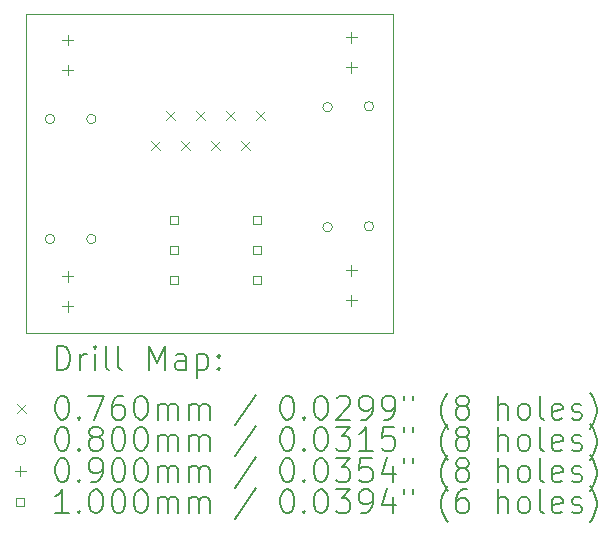
<source format=gbr>
%TF.GenerationSoftware,KiCad,Pcbnew,7.0.9*%
%TF.CreationDate,2023-12-13T17:43:09-05:00*%
%TF.ProjectId,Servo_Adapt,53657276-6f5f-4416-9461-70742e6b6963,rev?*%
%TF.SameCoordinates,Original*%
%TF.FileFunction,Drillmap*%
%TF.FilePolarity,Positive*%
%FSLAX45Y45*%
G04 Gerber Fmt 4.5, Leading zero omitted, Abs format (unit mm)*
G04 Created by KiCad (PCBNEW 7.0.9) date 2023-12-13 17:43:09*
%MOMM*%
%LPD*%
G01*
G04 APERTURE LIST*
%ADD10C,0.100000*%
%ADD11C,0.200000*%
G04 APERTURE END LIST*
D10*
X12550000Y-7000000D02*
X15650000Y-7000000D01*
X15650000Y-9700000D01*
X12550000Y-9700000D01*
X12550000Y-7000000D01*
D11*
D10*
X13601250Y-8076000D02*
X13677250Y-8152000D01*
X13677250Y-8076000D02*
X13601250Y-8152000D01*
X13728250Y-7822000D02*
X13804250Y-7898000D01*
X13804250Y-7822000D02*
X13728250Y-7898000D01*
X13855250Y-8076000D02*
X13931250Y-8152000D01*
X13931250Y-8076000D02*
X13855250Y-8152000D01*
X13982250Y-7822000D02*
X14058250Y-7898000D01*
X14058250Y-7822000D02*
X13982250Y-7898000D01*
X14109250Y-8076000D02*
X14185250Y-8152000D01*
X14185250Y-8076000D02*
X14109250Y-8152000D01*
X14236250Y-7822000D02*
X14312250Y-7898000D01*
X14312250Y-7822000D02*
X14236250Y-7898000D01*
X14363250Y-8076000D02*
X14439250Y-8152000D01*
X14439250Y-8076000D02*
X14363250Y-8152000D01*
X14490250Y-7822000D02*
X14566250Y-7898000D01*
X14566250Y-7822000D02*
X14490250Y-7898000D01*
X12790000Y-7892000D02*
G75*
G03*
X12790000Y-7892000I-40000J0D01*
G01*
X12790000Y-8908000D02*
G75*
G03*
X12790000Y-8908000I-40000J0D01*
G01*
X13140000Y-7892000D02*
G75*
G03*
X13140000Y-7892000I-40000J0D01*
G01*
X13140000Y-8908000D02*
G75*
G03*
X13140000Y-8908000I-40000J0D01*
G01*
X15140000Y-7792000D02*
G75*
G03*
X15140000Y-7792000I-40000J0D01*
G01*
X15140000Y-8808000D02*
G75*
G03*
X15140000Y-8808000I-40000J0D01*
G01*
X15490000Y-7784000D02*
G75*
G03*
X15490000Y-7784000I-40000J0D01*
G01*
X15490000Y-8800000D02*
G75*
G03*
X15490000Y-8800000I-40000J0D01*
G01*
X12900000Y-7177500D02*
X12900000Y-7267500D01*
X12855000Y-7222500D02*
X12945000Y-7222500D01*
X12900000Y-7431500D02*
X12900000Y-7521500D01*
X12855000Y-7476500D02*
X12945000Y-7476500D01*
X12900000Y-9178500D02*
X12900000Y-9268500D01*
X12855000Y-9223500D02*
X12945000Y-9223500D01*
X12900000Y-9432500D02*
X12900000Y-9522500D01*
X12855000Y-9477500D02*
X12945000Y-9477500D01*
X15300000Y-7155000D02*
X15300000Y-7245000D01*
X15255000Y-7200000D02*
X15345000Y-7200000D01*
X15300000Y-7409000D02*
X15300000Y-7499000D01*
X15255000Y-7454000D02*
X15345000Y-7454000D01*
X15300000Y-9128500D02*
X15300000Y-9218500D01*
X15255000Y-9173500D02*
X15345000Y-9173500D01*
X15300000Y-9382500D02*
X15300000Y-9472500D01*
X15255000Y-9427500D02*
X15345000Y-9427500D01*
X13835356Y-8785356D02*
X13835356Y-8714644D01*
X13764644Y-8714644D01*
X13764644Y-8785356D01*
X13835356Y-8785356D01*
X13835356Y-9039356D02*
X13835356Y-8968644D01*
X13764644Y-8968644D01*
X13764644Y-9039356D01*
X13835356Y-9039356D01*
X13835356Y-9293356D02*
X13835356Y-9222644D01*
X13764644Y-9222644D01*
X13764644Y-9293356D01*
X13835356Y-9293356D01*
X14535356Y-8781356D02*
X14535356Y-8710644D01*
X14464644Y-8710644D01*
X14464644Y-8781356D01*
X14535356Y-8781356D01*
X14535356Y-9035356D02*
X14535356Y-8964644D01*
X14464644Y-8964644D01*
X14464644Y-9035356D01*
X14535356Y-9035356D01*
X14535356Y-9289356D02*
X14535356Y-9218644D01*
X14464644Y-9218644D01*
X14464644Y-9289356D01*
X14535356Y-9289356D01*
D11*
X12805777Y-10016484D02*
X12805777Y-9816484D01*
X12805777Y-9816484D02*
X12853396Y-9816484D01*
X12853396Y-9816484D02*
X12881967Y-9826008D01*
X12881967Y-9826008D02*
X12901015Y-9845055D01*
X12901015Y-9845055D02*
X12910539Y-9864103D01*
X12910539Y-9864103D02*
X12920062Y-9902198D01*
X12920062Y-9902198D02*
X12920062Y-9930770D01*
X12920062Y-9930770D02*
X12910539Y-9968865D01*
X12910539Y-9968865D02*
X12901015Y-9987912D01*
X12901015Y-9987912D02*
X12881967Y-10006960D01*
X12881967Y-10006960D02*
X12853396Y-10016484D01*
X12853396Y-10016484D02*
X12805777Y-10016484D01*
X13005777Y-10016484D02*
X13005777Y-9883150D01*
X13005777Y-9921246D02*
X13015301Y-9902198D01*
X13015301Y-9902198D02*
X13024824Y-9892674D01*
X13024824Y-9892674D02*
X13043872Y-9883150D01*
X13043872Y-9883150D02*
X13062920Y-9883150D01*
X13129586Y-10016484D02*
X13129586Y-9883150D01*
X13129586Y-9816484D02*
X13120062Y-9826008D01*
X13120062Y-9826008D02*
X13129586Y-9835531D01*
X13129586Y-9835531D02*
X13139110Y-9826008D01*
X13139110Y-9826008D02*
X13129586Y-9816484D01*
X13129586Y-9816484D02*
X13129586Y-9835531D01*
X13253396Y-10016484D02*
X13234348Y-10006960D01*
X13234348Y-10006960D02*
X13224824Y-9987912D01*
X13224824Y-9987912D02*
X13224824Y-9816484D01*
X13358158Y-10016484D02*
X13339110Y-10006960D01*
X13339110Y-10006960D02*
X13329586Y-9987912D01*
X13329586Y-9987912D02*
X13329586Y-9816484D01*
X13586729Y-10016484D02*
X13586729Y-9816484D01*
X13586729Y-9816484D02*
X13653396Y-9959341D01*
X13653396Y-9959341D02*
X13720062Y-9816484D01*
X13720062Y-9816484D02*
X13720062Y-10016484D01*
X13901015Y-10016484D02*
X13901015Y-9911722D01*
X13901015Y-9911722D02*
X13891491Y-9892674D01*
X13891491Y-9892674D02*
X13872443Y-9883150D01*
X13872443Y-9883150D02*
X13834348Y-9883150D01*
X13834348Y-9883150D02*
X13815301Y-9892674D01*
X13901015Y-10006960D02*
X13881967Y-10016484D01*
X13881967Y-10016484D02*
X13834348Y-10016484D01*
X13834348Y-10016484D02*
X13815301Y-10006960D01*
X13815301Y-10006960D02*
X13805777Y-9987912D01*
X13805777Y-9987912D02*
X13805777Y-9968865D01*
X13805777Y-9968865D02*
X13815301Y-9949817D01*
X13815301Y-9949817D02*
X13834348Y-9940293D01*
X13834348Y-9940293D02*
X13881967Y-9940293D01*
X13881967Y-9940293D02*
X13901015Y-9930770D01*
X13996253Y-9883150D02*
X13996253Y-10083150D01*
X13996253Y-9892674D02*
X14015301Y-9883150D01*
X14015301Y-9883150D02*
X14053396Y-9883150D01*
X14053396Y-9883150D02*
X14072443Y-9892674D01*
X14072443Y-9892674D02*
X14081967Y-9902198D01*
X14081967Y-9902198D02*
X14091491Y-9921246D01*
X14091491Y-9921246D02*
X14091491Y-9978389D01*
X14091491Y-9978389D02*
X14081967Y-9997436D01*
X14081967Y-9997436D02*
X14072443Y-10006960D01*
X14072443Y-10006960D02*
X14053396Y-10016484D01*
X14053396Y-10016484D02*
X14015301Y-10016484D01*
X14015301Y-10016484D02*
X13996253Y-10006960D01*
X14177205Y-9997436D02*
X14186729Y-10006960D01*
X14186729Y-10006960D02*
X14177205Y-10016484D01*
X14177205Y-10016484D02*
X14167682Y-10006960D01*
X14167682Y-10006960D02*
X14177205Y-9997436D01*
X14177205Y-9997436D02*
X14177205Y-10016484D01*
X14177205Y-9892674D02*
X14186729Y-9902198D01*
X14186729Y-9902198D02*
X14177205Y-9911722D01*
X14177205Y-9911722D02*
X14167682Y-9902198D01*
X14167682Y-9902198D02*
X14177205Y-9892674D01*
X14177205Y-9892674D02*
X14177205Y-9911722D01*
D10*
X12469000Y-10307000D02*
X12545000Y-10383000D01*
X12545000Y-10307000D02*
X12469000Y-10383000D01*
D11*
X12843872Y-10236484D02*
X12862920Y-10236484D01*
X12862920Y-10236484D02*
X12881967Y-10246008D01*
X12881967Y-10246008D02*
X12891491Y-10255531D01*
X12891491Y-10255531D02*
X12901015Y-10274579D01*
X12901015Y-10274579D02*
X12910539Y-10312674D01*
X12910539Y-10312674D02*
X12910539Y-10360293D01*
X12910539Y-10360293D02*
X12901015Y-10398389D01*
X12901015Y-10398389D02*
X12891491Y-10417436D01*
X12891491Y-10417436D02*
X12881967Y-10426960D01*
X12881967Y-10426960D02*
X12862920Y-10436484D01*
X12862920Y-10436484D02*
X12843872Y-10436484D01*
X12843872Y-10436484D02*
X12824824Y-10426960D01*
X12824824Y-10426960D02*
X12815301Y-10417436D01*
X12815301Y-10417436D02*
X12805777Y-10398389D01*
X12805777Y-10398389D02*
X12796253Y-10360293D01*
X12796253Y-10360293D02*
X12796253Y-10312674D01*
X12796253Y-10312674D02*
X12805777Y-10274579D01*
X12805777Y-10274579D02*
X12815301Y-10255531D01*
X12815301Y-10255531D02*
X12824824Y-10246008D01*
X12824824Y-10246008D02*
X12843872Y-10236484D01*
X12996253Y-10417436D02*
X13005777Y-10426960D01*
X13005777Y-10426960D02*
X12996253Y-10436484D01*
X12996253Y-10436484D02*
X12986729Y-10426960D01*
X12986729Y-10426960D02*
X12996253Y-10417436D01*
X12996253Y-10417436D02*
X12996253Y-10436484D01*
X13072443Y-10236484D02*
X13205777Y-10236484D01*
X13205777Y-10236484D02*
X13120062Y-10436484D01*
X13367682Y-10236484D02*
X13329586Y-10236484D01*
X13329586Y-10236484D02*
X13310539Y-10246008D01*
X13310539Y-10246008D02*
X13301015Y-10255531D01*
X13301015Y-10255531D02*
X13281967Y-10284103D01*
X13281967Y-10284103D02*
X13272443Y-10322198D01*
X13272443Y-10322198D02*
X13272443Y-10398389D01*
X13272443Y-10398389D02*
X13281967Y-10417436D01*
X13281967Y-10417436D02*
X13291491Y-10426960D01*
X13291491Y-10426960D02*
X13310539Y-10436484D01*
X13310539Y-10436484D02*
X13348634Y-10436484D01*
X13348634Y-10436484D02*
X13367682Y-10426960D01*
X13367682Y-10426960D02*
X13377205Y-10417436D01*
X13377205Y-10417436D02*
X13386729Y-10398389D01*
X13386729Y-10398389D02*
X13386729Y-10350770D01*
X13386729Y-10350770D02*
X13377205Y-10331722D01*
X13377205Y-10331722D02*
X13367682Y-10322198D01*
X13367682Y-10322198D02*
X13348634Y-10312674D01*
X13348634Y-10312674D02*
X13310539Y-10312674D01*
X13310539Y-10312674D02*
X13291491Y-10322198D01*
X13291491Y-10322198D02*
X13281967Y-10331722D01*
X13281967Y-10331722D02*
X13272443Y-10350770D01*
X13510539Y-10236484D02*
X13529586Y-10236484D01*
X13529586Y-10236484D02*
X13548634Y-10246008D01*
X13548634Y-10246008D02*
X13558158Y-10255531D01*
X13558158Y-10255531D02*
X13567682Y-10274579D01*
X13567682Y-10274579D02*
X13577205Y-10312674D01*
X13577205Y-10312674D02*
X13577205Y-10360293D01*
X13577205Y-10360293D02*
X13567682Y-10398389D01*
X13567682Y-10398389D02*
X13558158Y-10417436D01*
X13558158Y-10417436D02*
X13548634Y-10426960D01*
X13548634Y-10426960D02*
X13529586Y-10436484D01*
X13529586Y-10436484D02*
X13510539Y-10436484D01*
X13510539Y-10436484D02*
X13491491Y-10426960D01*
X13491491Y-10426960D02*
X13481967Y-10417436D01*
X13481967Y-10417436D02*
X13472443Y-10398389D01*
X13472443Y-10398389D02*
X13462920Y-10360293D01*
X13462920Y-10360293D02*
X13462920Y-10312674D01*
X13462920Y-10312674D02*
X13472443Y-10274579D01*
X13472443Y-10274579D02*
X13481967Y-10255531D01*
X13481967Y-10255531D02*
X13491491Y-10246008D01*
X13491491Y-10246008D02*
X13510539Y-10236484D01*
X13662920Y-10436484D02*
X13662920Y-10303150D01*
X13662920Y-10322198D02*
X13672443Y-10312674D01*
X13672443Y-10312674D02*
X13691491Y-10303150D01*
X13691491Y-10303150D02*
X13720063Y-10303150D01*
X13720063Y-10303150D02*
X13739110Y-10312674D01*
X13739110Y-10312674D02*
X13748634Y-10331722D01*
X13748634Y-10331722D02*
X13748634Y-10436484D01*
X13748634Y-10331722D02*
X13758158Y-10312674D01*
X13758158Y-10312674D02*
X13777205Y-10303150D01*
X13777205Y-10303150D02*
X13805777Y-10303150D01*
X13805777Y-10303150D02*
X13824824Y-10312674D01*
X13824824Y-10312674D02*
X13834348Y-10331722D01*
X13834348Y-10331722D02*
X13834348Y-10436484D01*
X13929586Y-10436484D02*
X13929586Y-10303150D01*
X13929586Y-10322198D02*
X13939110Y-10312674D01*
X13939110Y-10312674D02*
X13958158Y-10303150D01*
X13958158Y-10303150D02*
X13986729Y-10303150D01*
X13986729Y-10303150D02*
X14005777Y-10312674D01*
X14005777Y-10312674D02*
X14015301Y-10331722D01*
X14015301Y-10331722D02*
X14015301Y-10436484D01*
X14015301Y-10331722D02*
X14024824Y-10312674D01*
X14024824Y-10312674D02*
X14043872Y-10303150D01*
X14043872Y-10303150D02*
X14072443Y-10303150D01*
X14072443Y-10303150D02*
X14091491Y-10312674D01*
X14091491Y-10312674D02*
X14101015Y-10331722D01*
X14101015Y-10331722D02*
X14101015Y-10436484D01*
X14491491Y-10226960D02*
X14320063Y-10484103D01*
X14748634Y-10236484D02*
X14767682Y-10236484D01*
X14767682Y-10236484D02*
X14786729Y-10246008D01*
X14786729Y-10246008D02*
X14796253Y-10255531D01*
X14796253Y-10255531D02*
X14805777Y-10274579D01*
X14805777Y-10274579D02*
X14815301Y-10312674D01*
X14815301Y-10312674D02*
X14815301Y-10360293D01*
X14815301Y-10360293D02*
X14805777Y-10398389D01*
X14805777Y-10398389D02*
X14796253Y-10417436D01*
X14796253Y-10417436D02*
X14786729Y-10426960D01*
X14786729Y-10426960D02*
X14767682Y-10436484D01*
X14767682Y-10436484D02*
X14748634Y-10436484D01*
X14748634Y-10436484D02*
X14729586Y-10426960D01*
X14729586Y-10426960D02*
X14720063Y-10417436D01*
X14720063Y-10417436D02*
X14710539Y-10398389D01*
X14710539Y-10398389D02*
X14701015Y-10360293D01*
X14701015Y-10360293D02*
X14701015Y-10312674D01*
X14701015Y-10312674D02*
X14710539Y-10274579D01*
X14710539Y-10274579D02*
X14720063Y-10255531D01*
X14720063Y-10255531D02*
X14729586Y-10246008D01*
X14729586Y-10246008D02*
X14748634Y-10236484D01*
X14901015Y-10417436D02*
X14910539Y-10426960D01*
X14910539Y-10426960D02*
X14901015Y-10436484D01*
X14901015Y-10436484D02*
X14891491Y-10426960D01*
X14891491Y-10426960D02*
X14901015Y-10417436D01*
X14901015Y-10417436D02*
X14901015Y-10436484D01*
X15034348Y-10236484D02*
X15053396Y-10236484D01*
X15053396Y-10236484D02*
X15072444Y-10246008D01*
X15072444Y-10246008D02*
X15081967Y-10255531D01*
X15081967Y-10255531D02*
X15091491Y-10274579D01*
X15091491Y-10274579D02*
X15101015Y-10312674D01*
X15101015Y-10312674D02*
X15101015Y-10360293D01*
X15101015Y-10360293D02*
X15091491Y-10398389D01*
X15091491Y-10398389D02*
X15081967Y-10417436D01*
X15081967Y-10417436D02*
X15072444Y-10426960D01*
X15072444Y-10426960D02*
X15053396Y-10436484D01*
X15053396Y-10436484D02*
X15034348Y-10436484D01*
X15034348Y-10436484D02*
X15015301Y-10426960D01*
X15015301Y-10426960D02*
X15005777Y-10417436D01*
X15005777Y-10417436D02*
X14996253Y-10398389D01*
X14996253Y-10398389D02*
X14986729Y-10360293D01*
X14986729Y-10360293D02*
X14986729Y-10312674D01*
X14986729Y-10312674D02*
X14996253Y-10274579D01*
X14996253Y-10274579D02*
X15005777Y-10255531D01*
X15005777Y-10255531D02*
X15015301Y-10246008D01*
X15015301Y-10246008D02*
X15034348Y-10236484D01*
X15177206Y-10255531D02*
X15186729Y-10246008D01*
X15186729Y-10246008D02*
X15205777Y-10236484D01*
X15205777Y-10236484D02*
X15253396Y-10236484D01*
X15253396Y-10236484D02*
X15272444Y-10246008D01*
X15272444Y-10246008D02*
X15281967Y-10255531D01*
X15281967Y-10255531D02*
X15291491Y-10274579D01*
X15291491Y-10274579D02*
X15291491Y-10293627D01*
X15291491Y-10293627D02*
X15281967Y-10322198D01*
X15281967Y-10322198D02*
X15167682Y-10436484D01*
X15167682Y-10436484D02*
X15291491Y-10436484D01*
X15386729Y-10436484D02*
X15424825Y-10436484D01*
X15424825Y-10436484D02*
X15443872Y-10426960D01*
X15443872Y-10426960D02*
X15453396Y-10417436D01*
X15453396Y-10417436D02*
X15472444Y-10388865D01*
X15472444Y-10388865D02*
X15481967Y-10350770D01*
X15481967Y-10350770D02*
X15481967Y-10274579D01*
X15481967Y-10274579D02*
X15472444Y-10255531D01*
X15472444Y-10255531D02*
X15462920Y-10246008D01*
X15462920Y-10246008D02*
X15443872Y-10236484D01*
X15443872Y-10236484D02*
X15405777Y-10236484D01*
X15405777Y-10236484D02*
X15386729Y-10246008D01*
X15386729Y-10246008D02*
X15377206Y-10255531D01*
X15377206Y-10255531D02*
X15367682Y-10274579D01*
X15367682Y-10274579D02*
X15367682Y-10322198D01*
X15367682Y-10322198D02*
X15377206Y-10341246D01*
X15377206Y-10341246D02*
X15386729Y-10350770D01*
X15386729Y-10350770D02*
X15405777Y-10360293D01*
X15405777Y-10360293D02*
X15443872Y-10360293D01*
X15443872Y-10360293D02*
X15462920Y-10350770D01*
X15462920Y-10350770D02*
X15472444Y-10341246D01*
X15472444Y-10341246D02*
X15481967Y-10322198D01*
X15577206Y-10436484D02*
X15615301Y-10436484D01*
X15615301Y-10436484D02*
X15634348Y-10426960D01*
X15634348Y-10426960D02*
X15643872Y-10417436D01*
X15643872Y-10417436D02*
X15662920Y-10388865D01*
X15662920Y-10388865D02*
X15672444Y-10350770D01*
X15672444Y-10350770D02*
X15672444Y-10274579D01*
X15672444Y-10274579D02*
X15662920Y-10255531D01*
X15662920Y-10255531D02*
X15653396Y-10246008D01*
X15653396Y-10246008D02*
X15634348Y-10236484D01*
X15634348Y-10236484D02*
X15596253Y-10236484D01*
X15596253Y-10236484D02*
X15577206Y-10246008D01*
X15577206Y-10246008D02*
X15567682Y-10255531D01*
X15567682Y-10255531D02*
X15558158Y-10274579D01*
X15558158Y-10274579D02*
X15558158Y-10322198D01*
X15558158Y-10322198D02*
X15567682Y-10341246D01*
X15567682Y-10341246D02*
X15577206Y-10350770D01*
X15577206Y-10350770D02*
X15596253Y-10360293D01*
X15596253Y-10360293D02*
X15634348Y-10360293D01*
X15634348Y-10360293D02*
X15653396Y-10350770D01*
X15653396Y-10350770D02*
X15662920Y-10341246D01*
X15662920Y-10341246D02*
X15672444Y-10322198D01*
X15748634Y-10236484D02*
X15748634Y-10274579D01*
X15824825Y-10236484D02*
X15824825Y-10274579D01*
X16120063Y-10512674D02*
X16110539Y-10503150D01*
X16110539Y-10503150D02*
X16091491Y-10474579D01*
X16091491Y-10474579D02*
X16081968Y-10455531D01*
X16081968Y-10455531D02*
X16072444Y-10426960D01*
X16072444Y-10426960D02*
X16062920Y-10379341D01*
X16062920Y-10379341D02*
X16062920Y-10341246D01*
X16062920Y-10341246D02*
X16072444Y-10293627D01*
X16072444Y-10293627D02*
X16081968Y-10265055D01*
X16081968Y-10265055D02*
X16091491Y-10246008D01*
X16091491Y-10246008D02*
X16110539Y-10217436D01*
X16110539Y-10217436D02*
X16120063Y-10207912D01*
X16224825Y-10322198D02*
X16205777Y-10312674D01*
X16205777Y-10312674D02*
X16196253Y-10303150D01*
X16196253Y-10303150D02*
X16186729Y-10284103D01*
X16186729Y-10284103D02*
X16186729Y-10274579D01*
X16186729Y-10274579D02*
X16196253Y-10255531D01*
X16196253Y-10255531D02*
X16205777Y-10246008D01*
X16205777Y-10246008D02*
X16224825Y-10236484D01*
X16224825Y-10236484D02*
X16262920Y-10236484D01*
X16262920Y-10236484D02*
X16281968Y-10246008D01*
X16281968Y-10246008D02*
X16291491Y-10255531D01*
X16291491Y-10255531D02*
X16301015Y-10274579D01*
X16301015Y-10274579D02*
X16301015Y-10284103D01*
X16301015Y-10284103D02*
X16291491Y-10303150D01*
X16291491Y-10303150D02*
X16281968Y-10312674D01*
X16281968Y-10312674D02*
X16262920Y-10322198D01*
X16262920Y-10322198D02*
X16224825Y-10322198D01*
X16224825Y-10322198D02*
X16205777Y-10331722D01*
X16205777Y-10331722D02*
X16196253Y-10341246D01*
X16196253Y-10341246D02*
X16186729Y-10360293D01*
X16186729Y-10360293D02*
X16186729Y-10398389D01*
X16186729Y-10398389D02*
X16196253Y-10417436D01*
X16196253Y-10417436D02*
X16205777Y-10426960D01*
X16205777Y-10426960D02*
X16224825Y-10436484D01*
X16224825Y-10436484D02*
X16262920Y-10436484D01*
X16262920Y-10436484D02*
X16281968Y-10426960D01*
X16281968Y-10426960D02*
X16291491Y-10417436D01*
X16291491Y-10417436D02*
X16301015Y-10398389D01*
X16301015Y-10398389D02*
X16301015Y-10360293D01*
X16301015Y-10360293D02*
X16291491Y-10341246D01*
X16291491Y-10341246D02*
X16281968Y-10331722D01*
X16281968Y-10331722D02*
X16262920Y-10322198D01*
X16539110Y-10436484D02*
X16539110Y-10236484D01*
X16624825Y-10436484D02*
X16624825Y-10331722D01*
X16624825Y-10331722D02*
X16615301Y-10312674D01*
X16615301Y-10312674D02*
X16596253Y-10303150D01*
X16596253Y-10303150D02*
X16567682Y-10303150D01*
X16567682Y-10303150D02*
X16548634Y-10312674D01*
X16548634Y-10312674D02*
X16539110Y-10322198D01*
X16748634Y-10436484D02*
X16729587Y-10426960D01*
X16729587Y-10426960D02*
X16720063Y-10417436D01*
X16720063Y-10417436D02*
X16710539Y-10398389D01*
X16710539Y-10398389D02*
X16710539Y-10341246D01*
X16710539Y-10341246D02*
X16720063Y-10322198D01*
X16720063Y-10322198D02*
X16729587Y-10312674D01*
X16729587Y-10312674D02*
X16748634Y-10303150D01*
X16748634Y-10303150D02*
X16777206Y-10303150D01*
X16777206Y-10303150D02*
X16796253Y-10312674D01*
X16796253Y-10312674D02*
X16805777Y-10322198D01*
X16805777Y-10322198D02*
X16815301Y-10341246D01*
X16815301Y-10341246D02*
X16815301Y-10398389D01*
X16815301Y-10398389D02*
X16805777Y-10417436D01*
X16805777Y-10417436D02*
X16796253Y-10426960D01*
X16796253Y-10426960D02*
X16777206Y-10436484D01*
X16777206Y-10436484D02*
X16748634Y-10436484D01*
X16929587Y-10436484D02*
X16910539Y-10426960D01*
X16910539Y-10426960D02*
X16901015Y-10407912D01*
X16901015Y-10407912D02*
X16901015Y-10236484D01*
X17081968Y-10426960D02*
X17062920Y-10436484D01*
X17062920Y-10436484D02*
X17024825Y-10436484D01*
X17024825Y-10436484D02*
X17005777Y-10426960D01*
X17005777Y-10426960D02*
X16996253Y-10407912D01*
X16996253Y-10407912D02*
X16996253Y-10331722D01*
X16996253Y-10331722D02*
X17005777Y-10312674D01*
X17005777Y-10312674D02*
X17024825Y-10303150D01*
X17024825Y-10303150D02*
X17062920Y-10303150D01*
X17062920Y-10303150D02*
X17081968Y-10312674D01*
X17081968Y-10312674D02*
X17091492Y-10331722D01*
X17091492Y-10331722D02*
X17091492Y-10350770D01*
X17091492Y-10350770D02*
X16996253Y-10369817D01*
X17167682Y-10426960D02*
X17186730Y-10436484D01*
X17186730Y-10436484D02*
X17224825Y-10436484D01*
X17224825Y-10436484D02*
X17243873Y-10426960D01*
X17243873Y-10426960D02*
X17253396Y-10407912D01*
X17253396Y-10407912D02*
X17253396Y-10398389D01*
X17253396Y-10398389D02*
X17243873Y-10379341D01*
X17243873Y-10379341D02*
X17224825Y-10369817D01*
X17224825Y-10369817D02*
X17196253Y-10369817D01*
X17196253Y-10369817D02*
X17177206Y-10360293D01*
X17177206Y-10360293D02*
X17167682Y-10341246D01*
X17167682Y-10341246D02*
X17167682Y-10331722D01*
X17167682Y-10331722D02*
X17177206Y-10312674D01*
X17177206Y-10312674D02*
X17196253Y-10303150D01*
X17196253Y-10303150D02*
X17224825Y-10303150D01*
X17224825Y-10303150D02*
X17243873Y-10312674D01*
X17320063Y-10512674D02*
X17329587Y-10503150D01*
X17329587Y-10503150D02*
X17348634Y-10474579D01*
X17348634Y-10474579D02*
X17358158Y-10455531D01*
X17358158Y-10455531D02*
X17367682Y-10426960D01*
X17367682Y-10426960D02*
X17377206Y-10379341D01*
X17377206Y-10379341D02*
X17377206Y-10341246D01*
X17377206Y-10341246D02*
X17367682Y-10293627D01*
X17367682Y-10293627D02*
X17358158Y-10265055D01*
X17358158Y-10265055D02*
X17348634Y-10246008D01*
X17348634Y-10246008D02*
X17329587Y-10217436D01*
X17329587Y-10217436D02*
X17320063Y-10207912D01*
D10*
X12545000Y-10609000D02*
G75*
G03*
X12545000Y-10609000I-40000J0D01*
G01*
D11*
X12843872Y-10500484D02*
X12862920Y-10500484D01*
X12862920Y-10500484D02*
X12881967Y-10510008D01*
X12881967Y-10510008D02*
X12891491Y-10519531D01*
X12891491Y-10519531D02*
X12901015Y-10538579D01*
X12901015Y-10538579D02*
X12910539Y-10576674D01*
X12910539Y-10576674D02*
X12910539Y-10624293D01*
X12910539Y-10624293D02*
X12901015Y-10662389D01*
X12901015Y-10662389D02*
X12891491Y-10681436D01*
X12891491Y-10681436D02*
X12881967Y-10690960D01*
X12881967Y-10690960D02*
X12862920Y-10700484D01*
X12862920Y-10700484D02*
X12843872Y-10700484D01*
X12843872Y-10700484D02*
X12824824Y-10690960D01*
X12824824Y-10690960D02*
X12815301Y-10681436D01*
X12815301Y-10681436D02*
X12805777Y-10662389D01*
X12805777Y-10662389D02*
X12796253Y-10624293D01*
X12796253Y-10624293D02*
X12796253Y-10576674D01*
X12796253Y-10576674D02*
X12805777Y-10538579D01*
X12805777Y-10538579D02*
X12815301Y-10519531D01*
X12815301Y-10519531D02*
X12824824Y-10510008D01*
X12824824Y-10510008D02*
X12843872Y-10500484D01*
X12996253Y-10681436D02*
X13005777Y-10690960D01*
X13005777Y-10690960D02*
X12996253Y-10700484D01*
X12996253Y-10700484D02*
X12986729Y-10690960D01*
X12986729Y-10690960D02*
X12996253Y-10681436D01*
X12996253Y-10681436D02*
X12996253Y-10700484D01*
X13120062Y-10586198D02*
X13101015Y-10576674D01*
X13101015Y-10576674D02*
X13091491Y-10567150D01*
X13091491Y-10567150D02*
X13081967Y-10548103D01*
X13081967Y-10548103D02*
X13081967Y-10538579D01*
X13081967Y-10538579D02*
X13091491Y-10519531D01*
X13091491Y-10519531D02*
X13101015Y-10510008D01*
X13101015Y-10510008D02*
X13120062Y-10500484D01*
X13120062Y-10500484D02*
X13158158Y-10500484D01*
X13158158Y-10500484D02*
X13177205Y-10510008D01*
X13177205Y-10510008D02*
X13186729Y-10519531D01*
X13186729Y-10519531D02*
X13196253Y-10538579D01*
X13196253Y-10538579D02*
X13196253Y-10548103D01*
X13196253Y-10548103D02*
X13186729Y-10567150D01*
X13186729Y-10567150D02*
X13177205Y-10576674D01*
X13177205Y-10576674D02*
X13158158Y-10586198D01*
X13158158Y-10586198D02*
X13120062Y-10586198D01*
X13120062Y-10586198D02*
X13101015Y-10595722D01*
X13101015Y-10595722D02*
X13091491Y-10605246D01*
X13091491Y-10605246D02*
X13081967Y-10624293D01*
X13081967Y-10624293D02*
X13081967Y-10662389D01*
X13081967Y-10662389D02*
X13091491Y-10681436D01*
X13091491Y-10681436D02*
X13101015Y-10690960D01*
X13101015Y-10690960D02*
X13120062Y-10700484D01*
X13120062Y-10700484D02*
X13158158Y-10700484D01*
X13158158Y-10700484D02*
X13177205Y-10690960D01*
X13177205Y-10690960D02*
X13186729Y-10681436D01*
X13186729Y-10681436D02*
X13196253Y-10662389D01*
X13196253Y-10662389D02*
X13196253Y-10624293D01*
X13196253Y-10624293D02*
X13186729Y-10605246D01*
X13186729Y-10605246D02*
X13177205Y-10595722D01*
X13177205Y-10595722D02*
X13158158Y-10586198D01*
X13320062Y-10500484D02*
X13339110Y-10500484D01*
X13339110Y-10500484D02*
X13358158Y-10510008D01*
X13358158Y-10510008D02*
X13367682Y-10519531D01*
X13367682Y-10519531D02*
X13377205Y-10538579D01*
X13377205Y-10538579D02*
X13386729Y-10576674D01*
X13386729Y-10576674D02*
X13386729Y-10624293D01*
X13386729Y-10624293D02*
X13377205Y-10662389D01*
X13377205Y-10662389D02*
X13367682Y-10681436D01*
X13367682Y-10681436D02*
X13358158Y-10690960D01*
X13358158Y-10690960D02*
X13339110Y-10700484D01*
X13339110Y-10700484D02*
X13320062Y-10700484D01*
X13320062Y-10700484D02*
X13301015Y-10690960D01*
X13301015Y-10690960D02*
X13291491Y-10681436D01*
X13291491Y-10681436D02*
X13281967Y-10662389D01*
X13281967Y-10662389D02*
X13272443Y-10624293D01*
X13272443Y-10624293D02*
X13272443Y-10576674D01*
X13272443Y-10576674D02*
X13281967Y-10538579D01*
X13281967Y-10538579D02*
X13291491Y-10519531D01*
X13291491Y-10519531D02*
X13301015Y-10510008D01*
X13301015Y-10510008D02*
X13320062Y-10500484D01*
X13510539Y-10500484D02*
X13529586Y-10500484D01*
X13529586Y-10500484D02*
X13548634Y-10510008D01*
X13548634Y-10510008D02*
X13558158Y-10519531D01*
X13558158Y-10519531D02*
X13567682Y-10538579D01*
X13567682Y-10538579D02*
X13577205Y-10576674D01*
X13577205Y-10576674D02*
X13577205Y-10624293D01*
X13577205Y-10624293D02*
X13567682Y-10662389D01*
X13567682Y-10662389D02*
X13558158Y-10681436D01*
X13558158Y-10681436D02*
X13548634Y-10690960D01*
X13548634Y-10690960D02*
X13529586Y-10700484D01*
X13529586Y-10700484D02*
X13510539Y-10700484D01*
X13510539Y-10700484D02*
X13491491Y-10690960D01*
X13491491Y-10690960D02*
X13481967Y-10681436D01*
X13481967Y-10681436D02*
X13472443Y-10662389D01*
X13472443Y-10662389D02*
X13462920Y-10624293D01*
X13462920Y-10624293D02*
X13462920Y-10576674D01*
X13462920Y-10576674D02*
X13472443Y-10538579D01*
X13472443Y-10538579D02*
X13481967Y-10519531D01*
X13481967Y-10519531D02*
X13491491Y-10510008D01*
X13491491Y-10510008D02*
X13510539Y-10500484D01*
X13662920Y-10700484D02*
X13662920Y-10567150D01*
X13662920Y-10586198D02*
X13672443Y-10576674D01*
X13672443Y-10576674D02*
X13691491Y-10567150D01*
X13691491Y-10567150D02*
X13720063Y-10567150D01*
X13720063Y-10567150D02*
X13739110Y-10576674D01*
X13739110Y-10576674D02*
X13748634Y-10595722D01*
X13748634Y-10595722D02*
X13748634Y-10700484D01*
X13748634Y-10595722D02*
X13758158Y-10576674D01*
X13758158Y-10576674D02*
X13777205Y-10567150D01*
X13777205Y-10567150D02*
X13805777Y-10567150D01*
X13805777Y-10567150D02*
X13824824Y-10576674D01*
X13824824Y-10576674D02*
X13834348Y-10595722D01*
X13834348Y-10595722D02*
X13834348Y-10700484D01*
X13929586Y-10700484D02*
X13929586Y-10567150D01*
X13929586Y-10586198D02*
X13939110Y-10576674D01*
X13939110Y-10576674D02*
X13958158Y-10567150D01*
X13958158Y-10567150D02*
X13986729Y-10567150D01*
X13986729Y-10567150D02*
X14005777Y-10576674D01*
X14005777Y-10576674D02*
X14015301Y-10595722D01*
X14015301Y-10595722D02*
X14015301Y-10700484D01*
X14015301Y-10595722D02*
X14024824Y-10576674D01*
X14024824Y-10576674D02*
X14043872Y-10567150D01*
X14043872Y-10567150D02*
X14072443Y-10567150D01*
X14072443Y-10567150D02*
X14091491Y-10576674D01*
X14091491Y-10576674D02*
X14101015Y-10595722D01*
X14101015Y-10595722D02*
X14101015Y-10700484D01*
X14491491Y-10490960D02*
X14320063Y-10748103D01*
X14748634Y-10500484D02*
X14767682Y-10500484D01*
X14767682Y-10500484D02*
X14786729Y-10510008D01*
X14786729Y-10510008D02*
X14796253Y-10519531D01*
X14796253Y-10519531D02*
X14805777Y-10538579D01*
X14805777Y-10538579D02*
X14815301Y-10576674D01*
X14815301Y-10576674D02*
X14815301Y-10624293D01*
X14815301Y-10624293D02*
X14805777Y-10662389D01*
X14805777Y-10662389D02*
X14796253Y-10681436D01*
X14796253Y-10681436D02*
X14786729Y-10690960D01*
X14786729Y-10690960D02*
X14767682Y-10700484D01*
X14767682Y-10700484D02*
X14748634Y-10700484D01*
X14748634Y-10700484D02*
X14729586Y-10690960D01*
X14729586Y-10690960D02*
X14720063Y-10681436D01*
X14720063Y-10681436D02*
X14710539Y-10662389D01*
X14710539Y-10662389D02*
X14701015Y-10624293D01*
X14701015Y-10624293D02*
X14701015Y-10576674D01*
X14701015Y-10576674D02*
X14710539Y-10538579D01*
X14710539Y-10538579D02*
X14720063Y-10519531D01*
X14720063Y-10519531D02*
X14729586Y-10510008D01*
X14729586Y-10510008D02*
X14748634Y-10500484D01*
X14901015Y-10681436D02*
X14910539Y-10690960D01*
X14910539Y-10690960D02*
X14901015Y-10700484D01*
X14901015Y-10700484D02*
X14891491Y-10690960D01*
X14891491Y-10690960D02*
X14901015Y-10681436D01*
X14901015Y-10681436D02*
X14901015Y-10700484D01*
X15034348Y-10500484D02*
X15053396Y-10500484D01*
X15053396Y-10500484D02*
X15072444Y-10510008D01*
X15072444Y-10510008D02*
X15081967Y-10519531D01*
X15081967Y-10519531D02*
X15091491Y-10538579D01*
X15091491Y-10538579D02*
X15101015Y-10576674D01*
X15101015Y-10576674D02*
X15101015Y-10624293D01*
X15101015Y-10624293D02*
X15091491Y-10662389D01*
X15091491Y-10662389D02*
X15081967Y-10681436D01*
X15081967Y-10681436D02*
X15072444Y-10690960D01*
X15072444Y-10690960D02*
X15053396Y-10700484D01*
X15053396Y-10700484D02*
X15034348Y-10700484D01*
X15034348Y-10700484D02*
X15015301Y-10690960D01*
X15015301Y-10690960D02*
X15005777Y-10681436D01*
X15005777Y-10681436D02*
X14996253Y-10662389D01*
X14996253Y-10662389D02*
X14986729Y-10624293D01*
X14986729Y-10624293D02*
X14986729Y-10576674D01*
X14986729Y-10576674D02*
X14996253Y-10538579D01*
X14996253Y-10538579D02*
X15005777Y-10519531D01*
X15005777Y-10519531D02*
X15015301Y-10510008D01*
X15015301Y-10510008D02*
X15034348Y-10500484D01*
X15167682Y-10500484D02*
X15291491Y-10500484D01*
X15291491Y-10500484D02*
X15224825Y-10576674D01*
X15224825Y-10576674D02*
X15253396Y-10576674D01*
X15253396Y-10576674D02*
X15272444Y-10586198D01*
X15272444Y-10586198D02*
X15281967Y-10595722D01*
X15281967Y-10595722D02*
X15291491Y-10614770D01*
X15291491Y-10614770D02*
X15291491Y-10662389D01*
X15291491Y-10662389D02*
X15281967Y-10681436D01*
X15281967Y-10681436D02*
X15272444Y-10690960D01*
X15272444Y-10690960D02*
X15253396Y-10700484D01*
X15253396Y-10700484D02*
X15196253Y-10700484D01*
X15196253Y-10700484D02*
X15177206Y-10690960D01*
X15177206Y-10690960D02*
X15167682Y-10681436D01*
X15481967Y-10700484D02*
X15367682Y-10700484D01*
X15424825Y-10700484D02*
X15424825Y-10500484D01*
X15424825Y-10500484D02*
X15405777Y-10529055D01*
X15405777Y-10529055D02*
X15386729Y-10548103D01*
X15386729Y-10548103D02*
X15367682Y-10557627D01*
X15662920Y-10500484D02*
X15567682Y-10500484D01*
X15567682Y-10500484D02*
X15558158Y-10595722D01*
X15558158Y-10595722D02*
X15567682Y-10586198D01*
X15567682Y-10586198D02*
X15586729Y-10576674D01*
X15586729Y-10576674D02*
X15634348Y-10576674D01*
X15634348Y-10576674D02*
X15653396Y-10586198D01*
X15653396Y-10586198D02*
X15662920Y-10595722D01*
X15662920Y-10595722D02*
X15672444Y-10614770D01*
X15672444Y-10614770D02*
X15672444Y-10662389D01*
X15672444Y-10662389D02*
X15662920Y-10681436D01*
X15662920Y-10681436D02*
X15653396Y-10690960D01*
X15653396Y-10690960D02*
X15634348Y-10700484D01*
X15634348Y-10700484D02*
X15586729Y-10700484D01*
X15586729Y-10700484D02*
X15567682Y-10690960D01*
X15567682Y-10690960D02*
X15558158Y-10681436D01*
X15748634Y-10500484D02*
X15748634Y-10538579D01*
X15824825Y-10500484D02*
X15824825Y-10538579D01*
X16120063Y-10776674D02*
X16110539Y-10767150D01*
X16110539Y-10767150D02*
X16091491Y-10738579D01*
X16091491Y-10738579D02*
X16081968Y-10719531D01*
X16081968Y-10719531D02*
X16072444Y-10690960D01*
X16072444Y-10690960D02*
X16062920Y-10643341D01*
X16062920Y-10643341D02*
X16062920Y-10605246D01*
X16062920Y-10605246D02*
X16072444Y-10557627D01*
X16072444Y-10557627D02*
X16081968Y-10529055D01*
X16081968Y-10529055D02*
X16091491Y-10510008D01*
X16091491Y-10510008D02*
X16110539Y-10481436D01*
X16110539Y-10481436D02*
X16120063Y-10471912D01*
X16224825Y-10586198D02*
X16205777Y-10576674D01*
X16205777Y-10576674D02*
X16196253Y-10567150D01*
X16196253Y-10567150D02*
X16186729Y-10548103D01*
X16186729Y-10548103D02*
X16186729Y-10538579D01*
X16186729Y-10538579D02*
X16196253Y-10519531D01*
X16196253Y-10519531D02*
X16205777Y-10510008D01*
X16205777Y-10510008D02*
X16224825Y-10500484D01*
X16224825Y-10500484D02*
X16262920Y-10500484D01*
X16262920Y-10500484D02*
X16281968Y-10510008D01*
X16281968Y-10510008D02*
X16291491Y-10519531D01*
X16291491Y-10519531D02*
X16301015Y-10538579D01*
X16301015Y-10538579D02*
X16301015Y-10548103D01*
X16301015Y-10548103D02*
X16291491Y-10567150D01*
X16291491Y-10567150D02*
X16281968Y-10576674D01*
X16281968Y-10576674D02*
X16262920Y-10586198D01*
X16262920Y-10586198D02*
X16224825Y-10586198D01*
X16224825Y-10586198D02*
X16205777Y-10595722D01*
X16205777Y-10595722D02*
X16196253Y-10605246D01*
X16196253Y-10605246D02*
X16186729Y-10624293D01*
X16186729Y-10624293D02*
X16186729Y-10662389D01*
X16186729Y-10662389D02*
X16196253Y-10681436D01*
X16196253Y-10681436D02*
X16205777Y-10690960D01*
X16205777Y-10690960D02*
X16224825Y-10700484D01*
X16224825Y-10700484D02*
X16262920Y-10700484D01*
X16262920Y-10700484D02*
X16281968Y-10690960D01*
X16281968Y-10690960D02*
X16291491Y-10681436D01*
X16291491Y-10681436D02*
X16301015Y-10662389D01*
X16301015Y-10662389D02*
X16301015Y-10624293D01*
X16301015Y-10624293D02*
X16291491Y-10605246D01*
X16291491Y-10605246D02*
X16281968Y-10595722D01*
X16281968Y-10595722D02*
X16262920Y-10586198D01*
X16539110Y-10700484D02*
X16539110Y-10500484D01*
X16624825Y-10700484D02*
X16624825Y-10595722D01*
X16624825Y-10595722D02*
X16615301Y-10576674D01*
X16615301Y-10576674D02*
X16596253Y-10567150D01*
X16596253Y-10567150D02*
X16567682Y-10567150D01*
X16567682Y-10567150D02*
X16548634Y-10576674D01*
X16548634Y-10576674D02*
X16539110Y-10586198D01*
X16748634Y-10700484D02*
X16729587Y-10690960D01*
X16729587Y-10690960D02*
X16720063Y-10681436D01*
X16720063Y-10681436D02*
X16710539Y-10662389D01*
X16710539Y-10662389D02*
X16710539Y-10605246D01*
X16710539Y-10605246D02*
X16720063Y-10586198D01*
X16720063Y-10586198D02*
X16729587Y-10576674D01*
X16729587Y-10576674D02*
X16748634Y-10567150D01*
X16748634Y-10567150D02*
X16777206Y-10567150D01*
X16777206Y-10567150D02*
X16796253Y-10576674D01*
X16796253Y-10576674D02*
X16805777Y-10586198D01*
X16805777Y-10586198D02*
X16815301Y-10605246D01*
X16815301Y-10605246D02*
X16815301Y-10662389D01*
X16815301Y-10662389D02*
X16805777Y-10681436D01*
X16805777Y-10681436D02*
X16796253Y-10690960D01*
X16796253Y-10690960D02*
X16777206Y-10700484D01*
X16777206Y-10700484D02*
X16748634Y-10700484D01*
X16929587Y-10700484D02*
X16910539Y-10690960D01*
X16910539Y-10690960D02*
X16901015Y-10671912D01*
X16901015Y-10671912D02*
X16901015Y-10500484D01*
X17081968Y-10690960D02*
X17062920Y-10700484D01*
X17062920Y-10700484D02*
X17024825Y-10700484D01*
X17024825Y-10700484D02*
X17005777Y-10690960D01*
X17005777Y-10690960D02*
X16996253Y-10671912D01*
X16996253Y-10671912D02*
X16996253Y-10595722D01*
X16996253Y-10595722D02*
X17005777Y-10576674D01*
X17005777Y-10576674D02*
X17024825Y-10567150D01*
X17024825Y-10567150D02*
X17062920Y-10567150D01*
X17062920Y-10567150D02*
X17081968Y-10576674D01*
X17081968Y-10576674D02*
X17091492Y-10595722D01*
X17091492Y-10595722D02*
X17091492Y-10614770D01*
X17091492Y-10614770D02*
X16996253Y-10633817D01*
X17167682Y-10690960D02*
X17186730Y-10700484D01*
X17186730Y-10700484D02*
X17224825Y-10700484D01*
X17224825Y-10700484D02*
X17243873Y-10690960D01*
X17243873Y-10690960D02*
X17253396Y-10671912D01*
X17253396Y-10671912D02*
X17253396Y-10662389D01*
X17253396Y-10662389D02*
X17243873Y-10643341D01*
X17243873Y-10643341D02*
X17224825Y-10633817D01*
X17224825Y-10633817D02*
X17196253Y-10633817D01*
X17196253Y-10633817D02*
X17177206Y-10624293D01*
X17177206Y-10624293D02*
X17167682Y-10605246D01*
X17167682Y-10605246D02*
X17167682Y-10595722D01*
X17167682Y-10595722D02*
X17177206Y-10576674D01*
X17177206Y-10576674D02*
X17196253Y-10567150D01*
X17196253Y-10567150D02*
X17224825Y-10567150D01*
X17224825Y-10567150D02*
X17243873Y-10576674D01*
X17320063Y-10776674D02*
X17329587Y-10767150D01*
X17329587Y-10767150D02*
X17348634Y-10738579D01*
X17348634Y-10738579D02*
X17358158Y-10719531D01*
X17358158Y-10719531D02*
X17367682Y-10690960D01*
X17367682Y-10690960D02*
X17377206Y-10643341D01*
X17377206Y-10643341D02*
X17377206Y-10605246D01*
X17377206Y-10605246D02*
X17367682Y-10557627D01*
X17367682Y-10557627D02*
X17358158Y-10529055D01*
X17358158Y-10529055D02*
X17348634Y-10510008D01*
X17348634Y-10510008D02*
X17329587Y-10481436D01*
X17329587Y-10481436D02*
X17320063Y-10471912D01*
D10*
X12500000Y-10828000D02*
X12500000Y-10918000D01*
X12455000Y-10873000D02*
X12545000Y-10873000D01*
D11*
X12843872Y-10764484D02*
X12862920Y-10764484D01*
X12862920Y-10764484D02*
X12881967Y-10774008D01*
X12881967Y-10774008D02*
X12891491Y-10783531D01*
X12891491Y-10783531D02*
X12901015Y-10802579D01*
X12901015Y-10802579D02*
X12910539Y-10840674D01*
X12910539Y-10840674D02*
X12910539Y-10888293D01*
X12910539Y-10888293D02*
X12901015Y-10926389D01*
X12901015Y-10926389D02*
X12891491Y-10945436D01*
X12891491Y-10945436D02*
X12881967Y-10954960D01*
X12881967Y-10954960D02*
X12862920Y-10964484D01*
X12862920Y-10964484D02*
X12843872Y-10964484D01*
X12843872Y-10964484D02*
X12824824Y-10954960D01*
X12824824Y-10954960D02*
X12815301Y-10945436D01*
X12815301Y-10945436D02*
X12805777Y-10926389D01*
X12805777Y-10926389D02*
X12796253Y-10888293D01*
X12796253Y-10888293D02*
X12796253Y-10840674D01*
X12796253Y-10840674D02*
X12805777Y-10802579D01*
X12805777Y-10802579D02*
X12815301Y-10783531D01*
X12815301Y-10783531D02*
X12824824Y-10774008D01*
X12824824Y-10774008D02*
X12843872Y-10764484D01*
X12996253Y-10945436D02*
X13005777Y-10954960D01*
X13005777Y-10954960D02*
X12996253Y-10964484D01*
X12996253Y-10964484D02*
X12986729Y-10954960D01*
X12986729Y-10954960D02*
X12996253Y-10945436D01*
X12996253Y-10945436D02*
X12996253Y-10964484D01*
X13101015Y-10964484D02*
X13139110Y-10964484D01*
X13139110Y-10964484D02*
X13158158Y-10954960D01*
X13158158Y-10954960D02*
X13167682Y-10945436D01*
X13167682Y-10945436D02*
X13186729Y-10916865D01*
X13186729Y-10916865D02*
X13196253Y-10878770D01*
X13196253Y-10878770D02*
X13196253Y-10802579D01*
X13196253Y-10802579D02*
X13186729Y-10783531D01*
X13186729Y-10783531D02*
X13177205Y-10774008D01*
X13177205Y-10774008D02*
X13158158Y-10764484D01*
X13158158Y-10764484D02*
X13120062Y-10764484D01*
X13120062Y-10764484D02*
X13101015Y-10774008D01*
X13101015Y-10774008D02*
X13091491Y-10783531D01*
X13091491Y-10783531D02*
X13081967Y-10802579D01*
X13081967Y-10802579D02*
X13081967Y-10850198D01*
X13081967Y-10850198D02*
X13091491Y-10869246D01*
X13091491Y-10869246D02*
X13101015Y-10878770D01*
X13101015Y-10878770D02*
X13120062Y-10888293D01*
X13120062Y-10888293D02*
X13158158Y-10888293D01*
X13158158Y-10888293D02*
X13177205Y-10878770D01*
X13177205Y-10878770D02*
X13186729Y-10869246D01*
X13186729Y-10869246D02*
X13196253Y-10850198D01*
X13320062Y-10764484D02*
X13339110Y-10764484D01*
X13339110Y-10764484D02*
X13358158Y-10774008D01*
X13358158Y-10774008D02*
X13367682Y-10783531D01*
X13367682Y-10783531D02*
X13377205Y-10802579D01*
X13377205Y-10802579D02*
X13386729Y-10840674D01*
X13386729Y-10840674D02*
X13386729Y-10888293D01*
X13386729Y-10888293D02*
X13377205Y-10926389D01*
X13377205Y-10926389D02*
X13367682Y-10945436D01*
X13367682Y-10945436D02*
X13358158Y-10954960D01*
X13358158Y-10954960D02*
X13339110Y-10964484D01*
X13339110Y-10964484D02*
X13320062Y-10964484D01*
X13320062Y-10964484D02*
X13301015Y-10954960D01*
X13301015Y-10954960D02*
X13291491Y-10945436D01*
X13291491Y-10945436D02*
X13281967Y-10926389D01*
X13281967Y-10926389D02*
X13272443Y-10888293D01*
X13272443Y-10888293D02*
X13272443Y-10840674D01*
X13272443Y-10840674D02*
X13281967Y-10802579D01*
X13281967Y-10802579D02*
X13291491Y-10783531D01*
X13291491Y-10783531D02*
X13301015Y-10774008D01*
X13301015Y-10774008D02*
X13320062Y-10764484D01*
X13510539Y-10764484D02*
X13529586Y-10764484D01*
X13529586Y-10764484D02*
X13548634Y-10774008D01*
X13548634Y-10774008D02*
X13558158Y-10783531D01*
X13558158Y-10783531D02*
X13567682Y-10802579D01*
X13567682Y-10802579D02*
X13577205Y-10840674D01*
X13577205Y-10840674D02*
X13577205Y-10888293D01*
X13577205Y-10888293D02*
X13567682Y-10926389D01*
X13567682Y-10926389D02*
X13558158Y-10945436D01*
X13558158Y-10945436D02*
X13548634Y-10954960D01*
X13548634Y-10954960D02*
X13529586Y-10964484D01*
X13529586Y-10964484D02*
X13510539Y-10964484D01*
X13510539Y-10964484D02*
X13491491Y-10954960D01*
X13491491Y-10954960D02*
X13481967Y-10945436D01*
X13481967Y-10945436D02*
X13472443Y-10926389D01*
X13472443Y-10926389D02*
X13462920Y-10888293D01*
X13462920Y-10888293D02*
X13462920Y-10840674D01*
X13462920Y-10840674D02*
X13472443Y-10802579D01*
X13472443Y-10802579D02*
X13481967Y-10783531D01*
X13481967Y-10783531D02*
X13491491Y-10774008D01*
X13491491Y-10774008D02*
X13510539Y-10764484D01*
X13662920Y-10964484D02*
X13662920Y-10831150D01*
X13662920Y-10850198D02*
X13672443Y-10840674D01*
X13672443Y-10840674D02*
X13691491Y-10831150D01*
X13691491Y-10831150D02*
X13720063Y-10831150D01*
X13720063Y-10831150D02*
X13739110Y-10840674D01*
X13739110Y-10840674D02*
X13748634Y-10859722D01*
X13748634Y-10859722D02*
X13748634Y-10964484D01*
X13748634Y-10859722D02*
X13758158Y-10840674D01*
X13758158Y-10840674D02*
X13777205Y-10831150D01*
X13777205Y-10831150D02*
X13805777Y-10831150D01*
X13805777Y-10831150D02*
X13824824Y-10840674D01*
X13824824Y-10840674D02*
X13834348Y-10859722D01*
X13834348Y-10859722D02*
X13834348Y-10964484D01*
X13929586Y-10964484D02*
X13929586Y-10831150D01*
X13929586Y-10850198D02*
X13939110Y-10840674D01*
X13939110Y-10840674D02*
X13958158Y-10831150D01*
X13958158Y-10831150D02*
X13986729Y-10831150D01*
X13986729Y-10831150D02*
X14005777Y-10840674D01*
X14005777Y-10840674D02*
X14015301Y-10859722D01*
X14015301Y-10859722D02*
X14015301Y-10964484D01*
X14015301Y-10859722D02*
X14024824Y-10840674D01*
X14024824Y-10840674D02*
X14043872Y-10831150D01*
X14043872Y-10831150D02*
X14072443Y-10831150D01*
X14072443Y-10831150D02*
X14091491Y-10840674D01*
X14091491Y-10840674D02*
X14101015Y-10859722D01*
X14101015Y-10859722D02*
X14101015Y-10964484D01*
X14491491Y-10754960D02*
X14320063Y-11012103D01*
X14748634Y-10764484D02*
X14767682Y-10764484D01*
X14767682Y-10764484D02*
X14786729Y-10774008D01*
X14786729Y-10774008D02*
X14796253Y-10783531D01*
X14796253Y-10783531D02*
X14805777Y-10802579D01*
X14805777Y-10802579D02*
X14815301Y-10840674D01*
X14815301Y-10840674D02*
X14815301Y-10888293D01*
X14815301Y-10888293D02*
X14805777Y-10926389D01*
X14805777Y-10926389D02*
X14796253Y-10945436D01*
X14796253Y-10945436D02*
X14786729Y-10954960D01*
X14786729Y-10954960D02*
X14767682Y-10964484D01*
X14767682Y-10964484D02*
X14748634Y-10964484D01*
X14748634Y-10964484D02*
X14729586Y-10954960D01*
X14729586Y-10954960D02*
X14720063Y-10945436D01*
X14720063Y-10945436D02*
X14710539Y-10926389D01*
X14710539Y-10926389D02*
X14701015Y-10888293D01*
X14701015Y-10888293D02*
X14701015Y-10840674D01*
X14701015Y-10840674D02*
X14710539Y-10802579D01*
X14710539Y-10802579D02*
X14720063Y-10783531D01*
X14720063Y-10783531D02*
X14729586Y-10774008D01*
X14729586Y-10774008D02*
X14748634Y-10764484D01*
X14901015Y-10945436D02*
X14910539Y-10954960D01*
X14910539Y-10954960D02*
X14901015Y-10964484D01*
X14901015Y-10964484D02*
X14891491Y-10954960D01*
X14891491Y-10954960D02*
X14901015Y-10945436D01*
X14901015Y-10945436D02*
X14901015Y-10964484D01*
X15034348Y-10764484D02*
X15053396Y-10764484D01*
X15053396Y-10764484D02*
X15072444Y-10774008D01*
X15072444Y-10774008D02*
X15081967Y-10783531D01*
X15081967Y-10783531D02*
X15091491Y-10802579D01*
X15091491Y-10802579D02*
X15101015Y-10840674D01*
X15101015Y-10840674D02*
X15101015Y-10888293D01*
X15101015Y-10888293D02*
X15091491Y-10926389D01*
X15091491Y-10926389D02*
X15081967Y-10945436D01*
X15081967Y-10945436D02*
X15072444Y-10954960D01*
X15072444Y-10954960D02*
X15053396Y-10964484D01*
X15053396Y-10964484D02*
X15034348Y-10964484D01*
X15034348Y-10964484D02*
X15015301Y-10954960D01*
X15015301Y-10954960D02*
X15005777Y-10945436D01*
X15005777Y-10945436D02*
X14996253Y-10926389D01*
X14996253Y-10926389D02*
X14986729Y-10888293D01*
X14986729Y-10888293D02*
X14986729Y-10840674D01*
X14986729Y-10840674D02*
X14996253Y-10802579D01*
X14996253Y-10802579D02*
X15005777Y-10783531D01*
X15005777Y-10783531D02*
X15015301Y-10774008D01*
X15015301Y-10774008D02*
X15034348Y-10764484D01*
X15167682Y-10764484D02*
X15291491Y-10764484D01*
X15291491Y-10764484D02*
X15224825Y-10840674D01*
X15224825Y-10840674D02*
X15253396Y-10840674D01*
X15253396Y-10840674D02*
X15272444Y-10850198D01*
X15272444Y-10850198D02*
X15281967Y-10859722D01*
X15281967Y-10859722D02*
X15291491Y-10878770D01*
X15291491Y-10878770D02*
X15291491Y-10926389D01*
X15291491Y-10926389D02*
X15281967Y-10945436D01*
X15281967Y-10945436D02*
X15272444Y-10954960D01*
X15272444Y-10954960D02*
X15253396Y-10964484D01*
X15253396Y-10964484D02*
X15196253Y-10964484D01*
X15196253Y-10964484D02*
X15177206Y-10954960D01*
X15177206Y-10954960D02*
X15167682Y-10945436D01*
X15472444Y-10764484D02*
X15377206Y-10764484D01*
X15377206Y-10764484D02*
X15367682Y-10859722D01*
X15367682Y-10859722D02*
X15377206Y-10850198D01*
X15377206Y-10850198D02*
X15396253Y-10840674D01*
X15396253Y-10840674D02*
X15443872Y-10840674D01*
X15443872Y-10840674D02*
X15462920Y-10850198D01*
X15462920Y-10850198D02*
X15472444Y-10859722D01*
X15472444Y-10859722D02*
X15481967Y-10878770D01*
X15481967Y-10878770D02*
X15481967Y-10926389D01*
X15481967Y-10926389D02*
X15472444Y-10945436D01*
X15472444Y-10945436D02*
X15462920Y-10954960D01*
X15462920Y-10954960D02*
X15443872Y-10964484D01*
X15443872Y-10964484D02*
X15396253Y-10964484D01*
X15396253Y-10964484D02*
X15377206Y-10954960D01*
X15377206Y-10954960D02*
X15367682Y-10945436D01*
X15653396Y-10831150D02*
X15653396Y-10964484D01*
X15605777Y-10754960D02*
X15558158Y-10897817D01*
X15558158Y-10897817D02*
X15681967Y-10897817D01*
X15748634Y-10764484D02*
X15748634Y-10802579D01*
X15824825Y-10764484D02*
X15824825Y-10802579D01*
X16120063Y-11040674D02*
X16110539Y-11031150D01*
X16110539Y-11031150D02*
X16091491Y-11002579D01*
X16091491Y-11002579D02*
X16081968Y-10983531D01*
X16081968Y-10983531D02*
X16072444Y-10954960D01*
X16072444Y-10954960D02*
X16062920Y-10907341D01*
X16062920Y-10907341D02*
X16062920Y-10869246D01*
X16062920Y-10869246D02*
X16072444Y-10821627D01*
X16072444Y-10821627D02*
X16081968Y-10793055D01*
X16081968Y-10793055D02*
X16091491Y-10774008D01*
X16091491Y-10774008D02*
X16110539Y-10745436D01*
X16110539Y-10745436D02*
X16120063Y-10735912D01*
X16224825Y-10850198D02*
X16205777Y-10840674D01*
X16205777Y-10840674D02*
X16196253Y-10831150D01*
X16196253Y-10831150D02*
X16186729Y-10812103D01*
X16186729Y-10812103D02*
X16186729Y-10802579D01*
X16186729Y-10802579D02*
X16196253Y-10783531D01*
X16196253Y-10783531D02*
X16205777Y-10774008D01*
X16205777Y-10774008D02*
X16224825Y-10764484D01*
X16224825Y-10764484D02*
X16262920Y-10764484D01*
X16262920Y-10764484D02*
X16281968Y-10774008D01*
X16281968Y-10774008D02*
X16291491Y-10783531D01*
X16291491Y-10783531D02*
X16301015Y-10802579D01*
X16301015Y-10802579D02*
X16301015Y-10812103D01*
X16301015Y-10812103D02*
X16291491Y-10831150D01*
X16291491Y-10831150D02*
X16281968Y-10840674D01*
X16281968Y-10840674D02*
X16262920Y-10850198D01*
X16262920Y-10850198D02*
X16224825Y-10850198D01*
X16224825Y-10850198D02*
X16205777Y-10859722D01*
X16205777Y-10859722D02*
X16196253Y-10869246D01*
X16196253Y-10869246D02*
X16186729Y-10888293D01*
X16186729Y-10888293D02*
X16186729Y-10926389D01*
X16186729Y-10926389D02*
X16196253Y-10945436D01*
X16196253Y-10945436D02*
X16205777Y-10954960D01*
X16205777Y-10954960D02*
X16224825Y-10964484D01*
X16224825Y-10964484D02*
X16262920Y-10964484D01*
X16262920Y-10964484D02*
X16281968Y-10954960D01*
X16281968Y-10954960D02*
X16291491Y-10945436D01*
X16291491Y-10945436D02*
X16301015Y-10926389D01*
X16301015Y-10926389D02*
X16301015Y-10888293D01*
X16301015Y-10888293D02*
X16291491Y-10869246D01*
X16291491Y-10869246D02*
X16281968Y-10859722D01*
X16281968Y-10859722D02*
X16262920Y-10850198D01*
X16539110Y-10964484D02*
X16539110Y-10764484D01*
X16624825Y-10964484D02*
X16624825Y-10859722D01*
X16624825Y-10859722D02*
X16615301Y-10840674D01*
X16615301Y-10840674D02*
X16596253Y-10831150D01*
X16596253Y-10831150D02*
X16567682Y-10831150D01*
X16567682Y-10831150D02*
X16548634Y-10840674D01*
X16548634Y-10840674D02*
X16539110Y-10850198D01*
X16748634Y-10964484D02*
X16729587Y-10954960D01*
X16729587Y-10954960D02*
X16720063Y-10945436D01*
X16720063Y-10945436D02*
X16710539Y-10926389D01*
X16710539Y-10926389D02*
X16710539Y-10869246D01*
X16710539Y-10869246D02*
X16720063Y-10850198D01*
X16720063Y-10850198D02*
X16729587Y-10840674D01*
X16729587Y-10840674D02*
X16748634Y-10831150D01*
X16748634Y-10831150D02*
X16777206Y-10831150D01*
X16777206Y-10831150D02*
X16796253Y-10840674D01*
X16796253Y-10840674D02*
X16805777Y-10850198D01*
X16805777Y-10850198D02*
X16815301Y-10869246D01*
X16815301Y-10869246D02*
X16815301Y-10926389D01*
X16815301Y-10926389D02*
X16805777Y-10945436D01*
X16805777Y-10945436D02*
X16796253Y-10954960D01*
X16796253Y-10954960D02*
X16777206Y-10964484D01*
X16777206Y-10964484D02*
X16748634Y-10964484D01*
X16929587Y-10964484D02*
X16910539Y-10954960D01*
X16910539Y-10954960D02*
X16901015Y-10935912D01*
X16901015Y-10935912D02*
X16901015Y-10764484D01*
X17081968Y-10954960D02*
X17062920Y-10964484D01*
X17062920Y-10964484D02*
X17024825Y-10964484D01*
X17024825Y-10964484D02*
X17005777Y-10954960D01*
X17005777Y-10954960D02*
X16996253Y-10935912D01*
X16996253Y-10935912D02*
X16996253Y-10859722D01*
X16996253Y-10859722D02*
X17005777Y-10840674D01*
X17005777Y-10840674D02*
X17024825Y-10831150D01*
X17024825Y-10831150D02*
X17062920Y-10831150D01*
X17062920Y-10831150D02*
X17081968Y-10840674D01*
X17081968Y-10840674D02*
X17091492Y-10859722D01*
X17091492Y-10859722D02*
X17091492Y-10878770D01*
X17091492Y-10878770D02*
X16996253Y-10897817D01*
X17167682Y-10954960D02*
X17186730Y-10964484D01*
X17186730Y-10964484D02*
X17224825Y-10964484D01*
X17224825Y-10964484D02*
X17243873Y-10954960D01*
X17243873Y-10954960D02*
X17253396Y-10935912D01*
X17253396Y-10935912D02*
X17253396Y-10926389D01*
X17253396Y-10926389D02*
X17243873Y-10907341D01*
X17243873Y-10907341D02*
X17224825Y-10897817D01*
X17224825Y-10897817D02*
X17196253Y-10897817D01*
X17196253Y-10897817D02*
X17177206Y-10888293D01*
X17177206Y-10888293D02*
X17167682Y-10869246D01*
X17167682Y-10869246D02*
X17167682Y-10859722D01*
X17167682Y-10859722D02*
X17177206Y-10840674D01*
X17177206Y-10840674D02*
X17196253Y-10831150D01*
X17196253Y-10831150D02*
X17224825Y-10831150D01*
X17224825Y-10831150D02*
X17243873Y-10840674D01*
X17320063Y-11040674D02*
X17329587Y-11031150D01*
X17329587Y-11031150D02*
X17348634Y-11002579D01*
X17348634Y-11002579D02*
X17358158Y-10983531D01*
X17358158Y-10983531D02*
X17367682Y-10954960D01*
X17367682Y-10954960D02*
X17377206Y-10907341D01*
X17377206Y-10907341D02*
X17377206Y-10869246D01*
X17377206Y-10869246D02*
X17367682Y-10821627D01*
X17367682Y-10821627D02*
X17358158Y-10793055D01*
X17358158Y-10793055D02*
X17348634Y-10774008D01*
X17348634Y-10774008D02*
X17329587Y-10745436D01*
X17329587Y-10745436D02*
X17320063Y-10735912D01*
D10*
X12530356Y-11172356D02*
X12530356Y-11101644D01*
X12459644Y-11101644D01*
X12459644Y-11172356D01*
X12530356Y-11172356D01*
D11*
X12910539Y-11228484D02*
X12796253Y-11228484D01*
X12853396Y-11228484D02*
X12853396Y-11028484D01*
X12853396Y-11028484D02*
X12834348Y-11057055D01*
X12834348Y-11057055D02*
X12815301Y-11076103D01*
X12815301Y-11076103D02*
X12796253Y-11085627D01*
X12996253Y-11209436D02*
X13005777Y-11218960D01*
X13005777Y-11218960D02*
X12996253Y-11228484D01*
X12996253Y-11228484D02*
X12986729Y-11218960D01*
X12986729Y-11218960D02*
X12996253Y-11209436D01*
X12996253Y-11209436D02*
X12996253Y-11228484D01*
X13129586Y-11028484D02*
X13148634Y-11028484D01*
X13148634Y-11028484D02*
X13167682Y-11038008D01*
X13167682Y-11038008D02*
X13177205Y-11047531D01*
X13177205Y-11047531D02*
X13186729Y-11066579D01*
X13186729Y-11066579D02*
X13196253Y-11104674D01*
X13196253Y-11104674D02*
X13196253Y-11152293D01*
X13196253Y-11152293D02*
X13186729Y-11190388D01*
X13186729Y-11190388D02*
X13177205Y-11209436D01*
X13177205Y-11209436D02*
X13167682Y-11218960D01*
X13167682Y-11218960D02*
X13148634Y-11228484D01*
X13148634Y-11228484D02*
X13129586Y-11228484D01*
X13129586Y-11228484D02*
X13110539Y-11218960D01*
X13110539Y-11218960D02*
X13101015Y-11209436D01*
X13101015Y-11209436D02*
X13091491Y-11190388D01*
X13091491Y-11190388D02*
X13081967Y-11152293D01*
X13081967Y-11152293D02*
X13081967Y-11104674D01*
X13081967Y-11104674D02*
X13091491Y-11066579D01*
X13091491Y-11066579D02*
X13101015Y-11047531D01*
X13101015Y-11047531D02*
X13110539Y-11038008D01*
X13110539Y-11038008D02*
X13129586Y-11028484D01*
X13320062Y-11028484D02*
X13339110Y-11028484D01*
X13339110Y-11028484D02*
X13358158Y-11038008D01*
X13358158Y-11038008D02*
X13367682Y-11047531D01*
X13367682Y-11047531D02*
X13377205Y-11066579D01*
X13377205Y-11066579D02*
X13386729Y-11104674D01*
X13386729Y-11104674D02*
X13386729Y-11152293D01*
X13386729Y-11152293D02*
X13377205Y-11190388D01*
X13377205Y-11190388D02*
X13367682Y-11209436D01*
X13367682Y-11209436D02*
X13358158Y-11218960D01*
X13358158Y-11218960D02*
X13339110Y-11228484D01*
X13339110Y-11228484D02*
X13320062Y-11228484D01*
X13320062Y-11228484D02*
X13301015Y-11218960D01*
X13301015Y-11218960D02*
X13291491Y-11209436D01*
X13291491Y-11209436D02*
X13281967Y-11190388D01*
X13281967Y-11190388D02*
X13272443Y-11152293D01*
X13272443Y-11152293D02*
X13272443Y-11104674D01*
X13272443Y-11104674D02*
X13281967Y-11066579D01*
X13281967Y-11066579D02*
X13291491Y-11047531D01*
X13291491Y-11047531D02*
X13301015Y-11038008D01*
X13301015Y-11038008D02*
X13320062Y-11028484D01*
X13510539Y-11028484D02*
X13529586Y-11028484D01*
X13529586Y-11028484D02*
X13548634Y-11038008D01*
X13548634Y-11038008D02*
X13558158Y-11047531D01*
X13558158Y-11047531D02*
X13567682Y-11066579D01*
X13567682Y-11066579D02*
X13577205Y-11104674D01*
X13577205Y-11104674D02*
X13577205Y-11152293D01*
X13577205Y-11152293D02*
X13567682Y-11190388D01*
X13567682Y-11190388D02*
X13558158Y-11209436D01*
X13558158Y-11209436D02*
X13548634Y-11218960D01*
X13548634Y-11218960D02*
X13529586Y-11228484D01*
X13529586Y-11228484D02*
X13510539Y-11228484D01*
X13510539Y-11228484D02*
X13491491Y-11218960D01*
X13491491Y-11218960D02*
X13481967Y-11209436D01*
X13481967Y-11209436D02*
X13472443Y-11190388D01*
X13472443Y-11190388D02*
X13462920Y-11152293D01*
X13462920Y-11152293D02*
X13462920Y-11104674D01*
X13462920Y-11104674D02*
X13472443Y-11066579D01*
X13472443Y-11066579D02*
X13481967Y-11047531D01*
X13481967Y-11047531D02*
X13491491Y-11038008D01*
X13491491Y-11038008D02*
X13510539Y-11028484D01*
X13662920Y-11228484D02*
X13662920Y-11095150D01*
X13662920Y-11114198D02*
X13672443Y-11104674D01*
X13672443Y-11104674D02*
X13691491Y-11095150D01*
X13691491Y-11095150D02*
X13720063Y-11095150D01*
X13720063Y-11095150D02*
X13739110Y-11104674D01*
X13739110Y-11104674D02*
X13748634Y-11123722D01*
X13748634Y-11123722D02*
X13748634Y-11228484D01*
X13748634Y-11123722D02*
X13758158Y-11104674D01*
X13758158Y-11104674D02*
X13777205Y-11095150D01*
X13777205Y-11095150D02*
X13805777Y-11095150D01*
X13805777Y-11095150D02*
X13824824Y-11104674D01*
X13824824Y-11104674D02*
X13834348Y-11123722D01*
X13834348Y-11123722D02*
X13834348Y-11228484D01*
X13929586Y-11228484D02*
X13929586Y-11095150D01*
X13929586Y-11114198D02*
X13939110Y-11104674D01*
X13939110Y-11104674D02*
X13958158Y-11095150D01*
X13958158Y-11095150D02*
X13986729Y-11095150D01*
X13986729Y-11095150D02*
X14005777Y-11104674D01*
X14005777Y-11104674D02*
X14015301Y-11123722D01*
X14015301Y-11123722D02*
X14015301Y-11228484D01*
X14015301Y-11123722D02*
X14024824Y-11104674D01*
X14024824Y-11104674D02*
X14043872Y-11095150D01*
X14043872Y-11095150D02*
X14072443Y-11095150D01*
X14072443Y-11095150D02*
X14091491Y-11104674D01*
X14091491Y-11104674D02*
X14101015Y-11123722D01*
X14101015Y-11123722D02*
X14101015Y-11228484D01*
X14491491Y-11018960D02*
X14320063Y-11276103D01*
X14748634Y-11028484D02*
X14767682Y-11028484D01*
X14767682Y-11028484D02*
X14786729Y-11038008D01*
X14786729Y-11038008D02*
X14796253Y-11047531D01*
X14796253Y-11047531D02*
X14805777Y-11066579D01*
X14805777Y-11066579D02*
X14815301Y-11104674D01*
X14815301Y-11104674D02*
X14815301Y-11152293D01*
X14815301Y-11152293D02*
X14805777Y-11190388D01*
X14805777Y-11190388D02*
X14796253Y-11209436D01*
X14796253Y-11209436D02*
X14786729Y-11218960D01*
X14786729Y-11218960D02*
X14767682Y-11228484D01*
X14767682Y-11228484D02*
X14748634Y-11228484D01*
X14748634Y-11228484D02*
X14729586Y-11218960D01*
X14729586Y-11218960D02*
X14720063Y-11209436D01*
X14720063Y-11209436D02*
X14710539Y-11190388D01*
X14710539Y-11190388D02*
X14701015Y-11152293D01*
X14701015Y-11152293D02*
X14701015Y-11104674D01*
X14701015Y-11104674D02*
X14710539Y-11066579D01*
X14710539Y-11066579D02*
X14720063Y-11047531D01*
X14720063Y-11047531D02*
X14729586Y-11038008D01*
X14729586Y-11038008D02*
X14748634Y-11028484D01*
X14901015Y-11209436D02*
X14910539Y-11218960D01*
X14910539Y-11218960D02*
X14901015Y-11228484D01*
X14901015Y-11228484D02*
X14891491Y-11218960D01*
X14891491Y-11218960D02*
X14901015Y-11209436D01*
X14901015Y-11209436D02*
X14901015Y-11228484D01*
X15034348Y-11028484D02*
X15053396Y-11028484D01*
X15053396Y-11028484D02*
X15072444Y-11038008D01*
X15072444Y-11038008D02*
X15081967Y-11047531D01*
X15081967Y-11047531D02*
X15091491Y-11066579D01*
X15091491Y-11066579D02*
X15101015Y-11104674D01*
X15101015Y-11104674D02*
X15101015Y-11152293D01*
X15101015Y-11152293D02*
X15091491Y-11190388D01*
X15091491Y-11190388D02*
X15081967Y-11209436D01*
X15081967Y-11209436D02*
X15072444Y-11218960D01*
X15072444Y-11218960D02*
X15053396Y-11228484D01*
X15053396Y-11228484D02*
X15034348Y-11228484D01*
X15034348Y-11228484D02*
X15015301Y-11218960D01*
X15015301Y-11218960D02*
X15005777Y-11209436D01*
X15005777Y-11209436D02*
X14996253Y-11190388D01*
X14996253Y-11190388D02*
X14986729Y-11152293D01*
X14986729Y-11152293D02*
X14986729Y-11104674D01*
X14986729Y-11104674D02*
X14996253Y-11066579D01*
X14996253Y-11066579D02*
X15005777Y-11047531D01*
X15005777Y-11047531D02*
X15015301Y-11038008D01*
X15015301Y-11038008D02*
X15034348Y-11028484D01*
X15167682Y-11028484D02*
X15291491Y-11028484D01*
X15291491Y-11028484D02*
X15224825Y-11104674D01*
X15224825Y-11104674D02*
X15253396Y-11104674D01*
X15253396Y-11104674D02*
X15272444Y-11114198D01*
X15272444Y-11114198D02*
X15281967Y-11123722D01*
X15281967Y-11123722D02*
X15291491Y-11142770D01*
X15291491Y-11142770D02*
X15291491Y-11190388D01*
X15291491Y-11190388D02*
X15281967Y-11209436D01*
X15281967Y-11209436D02*
X15272444Y-11218960D01*
X15272444Y-11218960D02*
X15253396Y-11228484D01*
X15253396Y-11228484D02*
X15196253Y-11228484D01*
X15196253Y-11228484D02*
X15177206Y-11218960D01*
X15177206Y-11218960D02*
X15167682Y-11209436D01*
X15386729Y-11228484D02*
X15424825Y-11228484D01*
X15424825Y-11228484D02*
X15443872Y-11218960D01*
X15443872Y-11218960D02*
X15453396Y-11209436D01*
X15453396Y-11209436D02*
X15472444Y-11180865D01*
X15472444Y-11180865D02*
X15481967Y-11142770D01*
X15481967Y-11142770D02*
X15481967Y-11066579D01*
X15481967Y-11066579D02*
X15472444Y-11047531D01*
X15472444Y-11047531D02*
X15462920Y-11038008D01*
X15462920Y-11038008D02*
X15443872Y-11028484D01*
X15443872Y-11028484D02*
X15405777Y-11028484D01*
X15405777Y-11028484D02*
X15386729Y-11038008D01*
X15386729Y-11038008D02*
X15377206Y-11047531D01*
X15377206Y-11047531D02*
X15367682Y-11066579D01*
X15367682Y-11066579D02*
X15367682Y-11114198D01*
X15367682Y-11114198D02*
X15377206Y-11133246D01*
X15377206Y-11133246D02*
X15386729Y-11142770D01*
X15386729Y-11142770D02*
X15405777Y-11152293D01*
X15405777Y-11152293D02*
X15443872Y-11152293D01*
X15443872Y-11152293D02*
X15462920Y-11142770D01*
X15462920Y-11142770D02*
X15472444Y-11133246D01*
X15472444Y-11133246D02*
X15481967Y-11114198D01*
X15653396Y-11095150D02*
X15653396Y-11228484D01*
X15605777Y-11018960D02*
X15558158Y-11161817D01*
X15558158Y-11161817D02*
X15681967Y-11161817D01*
X15748634Y-11028484D02*
X15748634Y-11066579D01*
X15824825Y-11028484D02*
X15824825Y-11066579D01*
X16120063Y-11304674D02*
X16110539Y-11295150D01*
X16110539Y-11295150D02*
X16091491Y-11266579D01*
X16091491Y-11266579D02*
X16081968Y-11247531D01*
X16081968Y-11247531D02*
X16072444Y-11218960D01*
X16072444Y-11218960D02*
X16062920Y-11171341D01*
X16062920Y-11171341D02*
X16062920Y-11133246D01*
X16062920Y-11133246D02*
X16072444Y-11085627D01*
X16072444Y-11085627D02*
X16081968Y-11057055D01*
X16081968Y-11057055D02*
X16091491Y-11038008D01*
X16091491Y-11038008D02*
X16110539Y-11009436D01*
X16110539Y-11009436D02*
X16120063Y-10999912D01*
X16281968Y-11028484D02*
X16243872Y-11028484D01*
X16243872Y-11028484D02*
X16224825Y-11038008D01*
X16224825Y-11038008D02*
X16215301Y-11047531D01*
X16215301Y-11047531D02*
X16196253Y-11076103D01*
X16196253Y-11076103D02*
X16186729Y-11114198D01*
X16186729Y-11114198D02*
X16186729Y-11190388D01*
X16186729Y-11190388D02*
X16196253Y-11209436D01*
X16196253Y-11209436D02*
X16205777Y-11218960D01*
X16205777Y-11218960D02*
X16224825Y-11228484D01*
X16224825Y-11228484D02*
X16262920Y-11228484D01*
X16262920Y-11228484D02*
X16281968Y-11218960D01*
X16281968Y-11218960D02*
X16291491Y-11209436D01*
X16291491Y-11209436D02*
X16301015Y-11190388D01*
X16301015Y-11190388D02*
X16301015Y-11142770D01*
X16301015Y-11142770D02*
X16291491Y-11123722D01*
X16291491Y-11123722D02*
X16281968Y-11114198D01*
X16281968Y-11114198D02*
X16262920Y-11104674D01*
X16262920Y-11104674D02*
X16224825Y-11104674D01*
X16224825Y-11104674D02*
X16205777Y-11114198D01*
X16205777Y-11114198D02*
X16196253Y-11123722D01*
X16196253Y-11123722D02*
X16186729Y-11142770D01*
X16539110Y-11228484D02*
X16539110Y-11028484D01*
X16624825Y-11228484D02*
X16624825Y-11123722D01*
X16624825Y-11123722D02*
X16615301Y-11104674D01*
X16615301Y-11104674D02*
X16596253Y-11095150D01*
X16596253Y-11095150D02*
X16567682Y-11095150D01*
X16567682Y-11095150D02*
X16548634Y-11104674D01*
X16548634Y-11104674D02*
X16539110Y-11114198D01*
X16748634Y-11228484D02*
X16729587Y-11218960D01*
X16729587Y-11218960D02*
X16720063Y-11209436D01*
X16720063Y-11209436D02*
X16710539Y-11190388D01*
X16710539Y-11190388D02*
X16710539Y-11133246D01*
X16710539Y-11133246D02*
X16720063Y-11114198D01*
X16720063Y-11114198D02*
X16729587Y-11104674D01*
X16729587Y-11104674D02*
X16748634Y-11095150D01*
X16748634Y-11095150D02*
X16777206Y-11095150D01*
X16777206Y-11095150D02*
X16796253Y-11104674D01*
X16796253Y-11104674D02*
X16805777Y-11114198D01*
X16805777Y-11114198D02*
X16815301Y-11133246D01*
X16815301Y-11133246D02*
X16815301Y-11190388D01*
X16815301Y-11190388D02*
X16805777Y-11209436D01*
X16805777Y-11209436D02*
X16796253Y-11218960D01*
X16796253Y-11218960D02*
X16777206Y-11228484D01*
X16777206Y-11228484D02*
X16748634Y-11228484D01*
X16929587Y-11228484D02*
X16910539Y-11218960D01*
X16910539Y-11218960D02*
X16901015Y-11199912D01*
X16901015Y-11199912D02*
X16901015Y-11028484D01*
X17081968Y-11218960D02*
X17062920Y-11228484D01*
X17062920Y-11228484D02*
X17024825Y-11228484D01*
X17024825Y-11228484D02*
X17005777Y-11218960D01*
X17005777Y-11218960D02*
X16996253Y-11199912D01*
X16996253Y-11199912D02*
X16996253Y-11123722D01*
X16996253Y-11123722D02*
X17005777Y-11104674D01*
X17005777Y-11104674D02*
X17024825Y-11095150D01*
X17024825Y-11095150D02*
X17062920Y-11095150D01*
X17062920Y-11095150D02*
X17081968Y-11104674D01*
X17081968Y-11104674D02*
X17091492Y-11123722D01*
X17091492Y-11123722D02*
X17091492Y-11142770D01*
X17091492Y-11142770D02*
X16996253Y-11161817D01*
X17167682Y-11218960D02*
X17186730Y-11228484D01*
X17186730Y-11228484D02*
X17224825Y-11228484D01*
X17224825Y-11228484D02*
X17243873Y-11218960D01*
X17243873Y-11218960D02*
X17253396Y-11199912D01*
X17253396Y-11199912D02*
X17253396Y-11190388D01*
X17253396Y-11190388D02*
X17243873Y-11171341D01*
X17243873Y-11171341D02*
X17224825Y-11161817D01*
X17224825Y-11161817D02*
X17196253Y-11161817D01*
X17196253Y-11161817D02*
X17177206Y-11152293D01*
X17177206Y-11152293D02*
X17167682Y-11133246D01*
X17167682Y-11133246D02*
X17167682Y-11123722D01*
X17167682Y-11123722D02*
X17177206Y-11104674D01*
X17177206Y-11104674D02*
X17196253Y-11095150D01*
X17196253Y-11095150D02*
X17224825Y-11095150D01*
X17224825Y-11095150D02*
X17243873Y-11104674D01*
X17320063Y-11304674D02*
X17329587Y-11295150D01*
X17329587Y-11295150D02*
X17348634Y-11266579D01*
X17348634Y-11266579D02*
X17358158Y-11247531D01*
X17358158Y-11247531D02*
X17367682Y-11218960D01*
X17367682Y-11218960D02*
X17377206Y-11171341D01*
X17377206Y-11171341D02*
X17377206Y-11133246D01*
X17377206Y-11133246D02*
X17367682Y-11085627D01*
X17367682Y-11085627D02*
X17358158Y-11057055D01*
X17358158Y-11057055D02*
X17348634Y-11038008D01*
X17348634Y-11038008D02*
X17329587Y-11009436D01*
X17329587Y-11009436D02*
X17320063Y-10999912D01*
M02*

</source>
